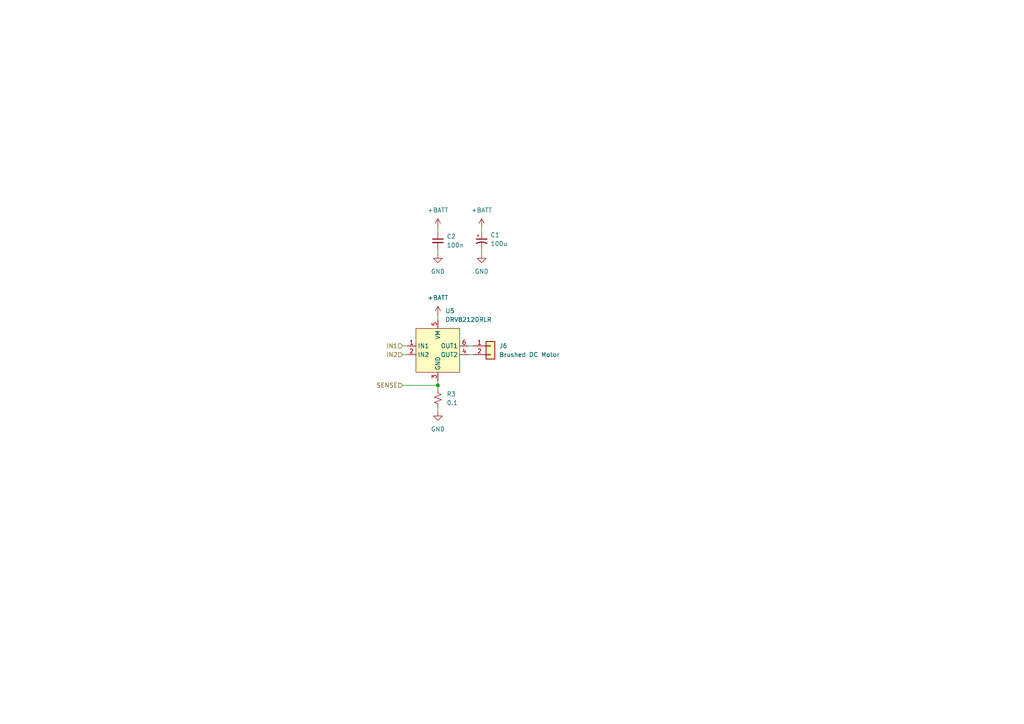
<source format=kicad_sch>
(kicad_sch (version 20250114) (generator "eeschema") (generator_version "9.0")
  (paper "A4")
  (lib_symbols
    (symbol "Connector_Generic:Conn_01x02" (pin_names (offset 1.016) (hide yes))
      (property "Reference" "J" (at 0 2.54 0))
      (property "Value" "Conn_01x02" (at 0 -5.08 0))
      (symbol "Conn_01x02_1_1"
        (rectangle (start -1.27 1.27) (end 1.27 -3.81) (stroke (width 0.254)) (fill (type background)))
        (rectangle (start -1.27 0.127) (end 0 -0.127) (stroke (width 0.1524)))
        (rectangle (start -1.27 -2.413) (end 0 -2.667) (stroke (width 0.1524)))
        (pin passive line (at -5.08 0 0) (length 3.81) (name "Pin_1") (number "1"))
        (pin passive line (at -5.08 -2.54 0) (length 3.81) (name "Pin_2") (number "2"))
      )
    )
    (symbol "DRV8212DRLR:DRV8212DRLR"
      (property "Reference" "U" (at -13.208 3.302 0))
      (property "Value" "DRV8212DRLR" (at -13.208 1.016 0))
      (symbol "DRV8212DRLR_0_0"
        (pin input line (at -8.89 -5.08 0) (length 2.54) (name "IN1") (number "1"))
        (pin input line (at -8.89 -7.62 0) (length 2.54) (name "IN2") (number "2"))
        (pin power_in line (at 0 2.54 270) (length 2.54) (name "VM") (number "5"))
        (pin power_in line (at 0 -15.24 90) (length 2.54) (name "GND") (number "3"))
        (pin output line (at 8.89 -5.08 180) (length 2.54) (name "OUT1") (number "6"))
        (pin output line (at 8.89 -7.62 180) (length 2.54) (name "OUT2") (number "4"))
      )
      (symbol "DRV8212DRLR_1_1"
        (rectangle (start -6.35 0) (end 6.35 -12.7) (fill (type background)))
      )
    )
    (symbol "Device:C_Polarized_Small_US" (pin_numbers (hide yes)) (pin_names (offset 0.254) (hide yes))
      (property "Reference" "C" (at 0.254 1.778 0))
      (property "Value" "C_Polarized_Small_US" (at 0.254 -2.032 0))
      (symbol "C_Polarized_Small_US_0_1"
        (polyline (pts (xy -1.524 0.508) (xy 1.524 0.508)) (stroke (width 0.3048)))
        (polyline (pts (xy -1.27 1.524) (xy -0.762 1.524)))
        (polyline (pts (xy -1.016 1.27) (xy -1.016 1.778)))
        (arc (start -1.524 -0.762) (mid 0 -0.3734) (end 1.524 -0.762) (stroke (width 0.3048)))
      )
      (symbol "C_Polarized_Small_US_1_1"
        (pin passive line (at 0 2.54 270) (length 2.032) (name "~") (number "1"))
        (pin passive line (at 0 -2.54 90) (length 2.032) (name "~") (number "2"))
      )
    )
    (symbol "Device:C_Small" (pin_numbers (hide yes)) (pin_names (offset 0.254) (hide yes))
      (property "Reference" "C" (at 0.254 1.778 0))
      (property "Value" "C_Small" (at 0.254 -2.032 0))
      (symbol "C_Small_0_1"
        (polyline (pts (xy -1.524 0.508) (xy 1.524 0.508)) (stroke (width 0.3048)))
        (polyline (pts (xy -1.524 -0.508) (xy 1.524 -0.508)) (stroke (width 0.3302)))
      )
      (symbol "C_Small_1_1"
        (pin passive line (at 0 2.54 270) (length 2.032) (name "~") (number "1"))
        (pin passive line (at 0 -2.54 90) (length 2.032) (name "~") (number "2"))
      )
    )
    (symbol "Device:R_Small_US" (pin_numbers (hide yes)) (pin_names (offset 0.254) (hide yes))
      (property "Reference" "R" (at 0.762 0.508 0))
      (property "Value" "R_Small_US" (at 0.762 -1.016 0))
      (symbol "R_Small_US_1_1"
        (polyline (pts (xy 0 1.524) (xy 1.016 1.143) (xy 0 0.762) (xy -1.016 0.381) (xy 0 0)))
        (polyline (pts (xy 0 0) (xy 1.016 -0.381) (xy 0 -0.762) (xy -1.016 -1.143) (xy 0 -1.524)))
        (pin passive line (at 0 2.54 270) (length 1.016) (name "~") (number "1"))
        (pin passive line (at 0 -2.54 90) (length 1.016) (name "~") (number "2"))
      )
    )
    (symbol "power:+BATT" (power) (pin_numbers (hide yes)) (pin_names (offset 0) (hide yes))
      (property "Value" "+BATT" (at 0 3.556 0))
      (symbol "+BATT_0_1"
        (polyline (pts (xy -0.762 1.27) (xy 0 2.54)))
        (polyline (pts (xy 0 2.54) (xy 0.762 1.27)))
        (polyline (pts (xy 0 0) (xy 0 2.54)))
      )
      (symbol "+BATT_1_1"
        (pin power_in line (at 0 0 90) (length 0) (name "~") (number "1"))
      )
    )
    (symbol "power:GND" (power) (pin_numbers (hide yes)) (pin_names (offset 0) (hide yes))
      (property "Value" "GND" (at 0 -3.81 0))
      (symbol "GND_0_1"
        (polyline (pts (xy 0 0) (xy 0 -1.27) (xy 1.27 -1.27) (xy 0 -2.54) (xy -1.27 -1.27) (xy 0 -1.27)))
      )
      (symbol "GND_1_1"
        (pin power_in line (at 0 0 270) (length 0) (name "~") (number "1"))
      )
    )
  )
  (junction (at 127 111.76))
  (wire (pts (xy 127 111.76) (xy 127 113.03)))
  (wire (pts (xy 127 118.11) (xy 127 119.38)))
  (wire (pts (xy 127 72.39) (xy 127 73.66)))
  (wire (pts (xy 116.84 111.76) (xy 127 111.76)))
  (wire (pts (xy 127 91.44) (xy 127 92.71)))
  (wire (pts (xy 116.84 100.33) (xy 118.11 100.33)))
  (wire (pts (xy 139.7 72.39) (xy 139.7 73.66)))
  (wire (pts (xy 137.16 100.33) (xy 135.89 100.33)))
  (wire (pts (xy 127 110.49) (xy 127 111.76)))
  (wire (pts (xy 116.84 102.87) (xy 118.11 102.87)))
  (wire (pts (xy 127 66.04) (xy 127 67.31)))
  (wire (pts (xy 137.16 102.87) (xy 135.89 102.87)))
  (wire (pts (xy 139.7 66.04) (xy 139.7 67.31)))
  (hierarchical_label "IN2" (shape input) (at 116.84 102.87 180))
  (hierarchical_label "IN1" (shape input) (at 116.84 100.33 180))
  (hierarchical_label "SENSE" (shape input) (at 116.84 111.76 180))
  (symbol (lib_id "power:+BATT") (at 127 91.44 0) (unit 1)
    (property "Reference" "#PWR012" (effects (hide yes)))
    (property "Value" "+BATT" (at 127 86.36 0))
    (property "Description" "Power symbol creates a global label with name \"+BATT\"" (effects (hide yes)))
    (instances (project "brushed-dual-esc" (path "" (reference "#PWR012") (unit 1)) (path "" (reference "#PWR038") (unit 1))))
  )
  (symbol (lib_id "Device:C_Small") (at 127 69.85 0) (unit 1)
    (property "Reference" "C2" (at 129.54 68.5862 0) (effects (justify left)))
    (property "Value" "100n" (at 129.54 71.1262 0) (effects (justify left)))
    (property "Description" "Unpolarized capacitor, small symbol" (effects (hide yes)))
    (instances (project "brushed-dual-esc" (path "" (reference "C2") (unit 1)) (path "" (reference "C5") (unit 1))))
  )
  (symbol (lib_id "power:+BATT") (at 139.7 66.04 0) (unit 1)
    (property "Reference" "#PWR07" (effects (hide yes)))
    (property "Value" "+BATT" (at 139.7 60.96 0))
    (property "Description" "Power symbol creates a global label with name \"+BATT\"" (effects (hide yes)))
    (instances (project "brushed-dual-esc" (path "" (reference "#PWR07") (unit 1)) (path "" (reference "#PWR017") (unit 1))))
  )
  (symbol (lib_id "Device:R_Small_US") (at 127 115.57 0) (unit 1)
    (property "Reference" "R3" (at 129.54 114.2999 0) (effects (justify left)))
    (property "Value" "0.1" (at 129.54 116.8399 0) (effects (justify left)))
    (property "Description" "Resistor, small US symbol" (effects (hide yes)))
    (instances (project "" (path "" (reference "R3") (unit 1)) (path "" (reference "R4") (unit 1))))
  )
  (symbol (lib_id "power:GND") (at 127 119.38 0) (unit 1)
    (property "Reference" "#PWR09" (effects (hide yes)))
    (property "Value" "GND" (at 127 124.46 0))
    (property "Description" "Power symbol creates a global label with name \"GND\" , ground" (effects (hide yes)))
    (instances (project "brushed-dual-esc" (path "" (reference "#PWR09") (unit 1)) (path "" (reference "#PWR013") (unit 1))))
  )
  (symbol (lib_id "power:GND") (at 139.7 73.66 0) (unit 1)
    (property "Reference" "#PWR08" (effects (hide yes)))
    (property "Value" "GND" (at 139.7 78.74 0))
    (property "Description" "Power symbol creates a global label with name \"GND\" , ground" (effects (hide yes)))
    (instances (project "brushed-dual-esc" (path "" (reference "#PWR08") (unit 1)) (path "" (reference "#PWR018") (unit 1))))
  )
  (symbol (lib_id "power:GND") (at 127 73.66 0) (unit 1)
    (property "Reference" "#PWR06" (effects (hide yes)))
    (property "Value" "GND" (at 127 78.74 0))
    (property "Description" "Power symbol creates a global label with name \"GND\" , ground" (effects (hide yes)))
    (instances (project "brushed-dual-esc" (path "" (reference "#PWR06") (unit 1)) (path "" (reference "#PWR016") (unit 1))))
  )
  (symbol (lib_id "Device:C_Polarized_Small_US") (at 139.7 69.85 0) (unit 1)
    (property "Reference" "C1" (at 142.24 68.1481 0) (effects (justify left)))
    (property "Value" "100u" (at 142.24 70.6881 0) (effects (justify left)))
    (property "Description" "Polarized capacitor, small US symbol" (effects (hide yes)))
    (instances (project "" (path "" (reference "C1") (unit 1)) (path "" (reference "C3") (unit 1))))
  )
  (symbol (lib_id "power:+BATT") (at 127 66.04 0) (unit 1)
    (property "Reference" "#PWR05" (effects (hide yes)))
    (property "Value" "+BATT" (at 127 60.96 0))
    (property "Description" "Power symbol creates a global label with name \"+BATT\"" (effects (hide yes)))
    (instances (project "brushed-dual-esc" (path "" (reference "#PWR05") (unit 1)) (path "" (reference "#PWR015") (unit 1))))
  )
  (symbol (lib_id "Connector_Generic:Conn_01x02") (at 142.24 100.33 0) (unit 1)
    (property "Reference" "J6" (at 144.78 100.3299 0) (effects (justify left)))
    (property "Value" "Brushed DC Motor" (at 144.78 102.8699 0) (effects (justify left)))
    (property "Description" "Generic connector, single row, 01x02, script generated (kicad-library-utils/schlib/autogen/connector/)" (effects (hide yes)))
    (instances (project "brushed-dual-esc" (path "" (reference "J6") (unit 1)) (path "" (reference "J7") (unit 1))))
  )
  (symbol (lib_id "DRV8212DRLR:DRV8212DRLR") (at 127 95.25 0) (unit 1)
    (property "Reference" "U5" (at 129.1433 90.17 0) (effects (justify left)))
    (property "Value" "DRV8212DRLR" (at 129.1433 92.71 0) (effects (justify left)))
    (property "Footprint" "Package_TO_SOT_SMD:SOT-563" (effects (hide yes)))
    (property "Datasheet" "https://www.ti.com/general/docs/suppproductinfo.tsp?distId=10&gotoUrl=http%3A%2F%2Fwww.ti.com%2Flit%2Fgpn%2Fdrv8212" (effects (hide yes)))
    (property "Description" "Texas Instruments Bipolar Motor Driver NMOS PWM SOT-563 Brushed DC" (effects (hide yes)))
    (instances (project "" (path "" (reference "U5") (unit 1)) (path "" (reference "U6") (unit 1))))
  )
)
</source>
